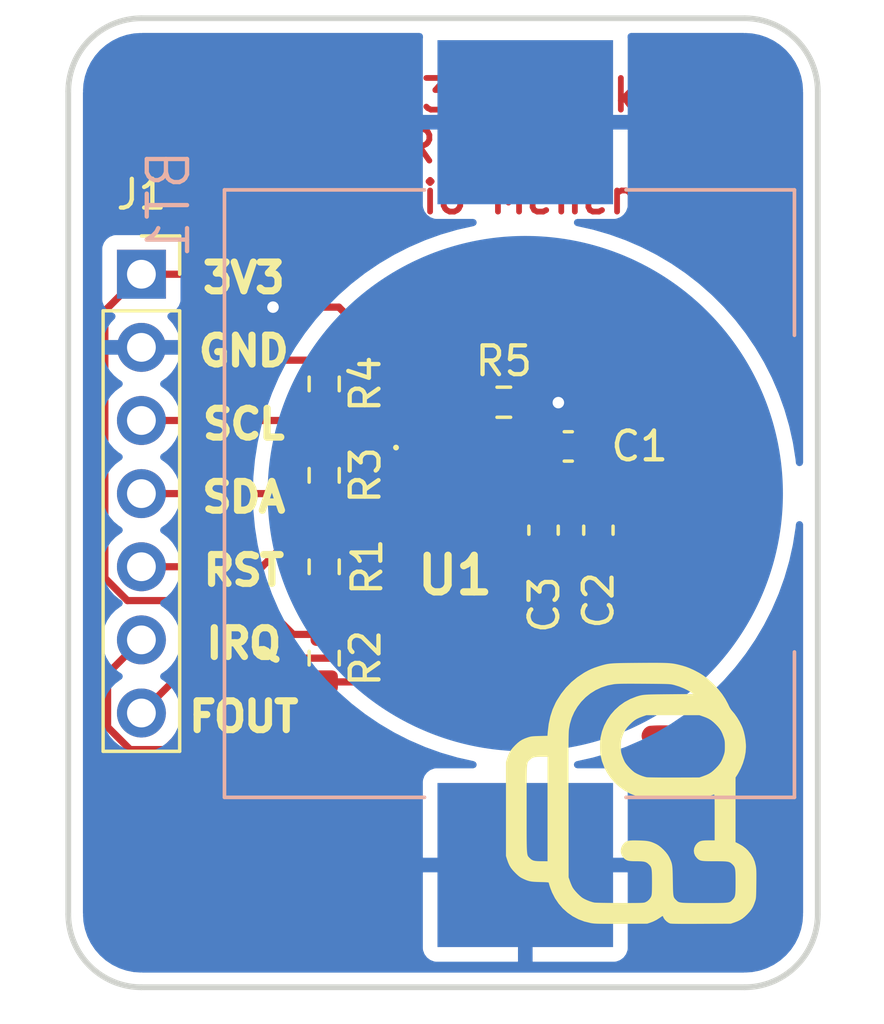
<source format=kicad_pcb>
(kicad_pcb (version 20211014) (generator pcbnew)
  (layers (0 "F.Cu" signal) (31 "B.Cu" signal) (34 "B.Paste" user) (35 "F.Paste" user) (36 "B.SilkS" user "B.Silkscreen") (37 "F.SilkS" user "F.Silkscreen") (38 "B.Mask" user) (39 "F.Mask" user) (44 "Edge.Cuts" user))
  (net 0 "")
  (net 1 "+3V3")
  (net 2 "GND")
  (net 3 "/SCL")
  (net 4 "/SDA")
  (net 5 "/RST")
  (net 6 "/IRQ")
  (net 7 "/FOUT")
  (net 8 "Net-(U1-Pad9)")
  (net 9 "Net-(U1-Pad10)")
  (net 10 "Net-(BT1-Pad1)")
  (footprint "Capacitor_SMD:C_0603_1608Metric" (layer "F.Cu") (at 137.795 97.155 90)
    (fp_text reference "C2" (at -2.4348 0.000905 90) (layer "F.SilkS"))
    (fp_text value "1uF")
    (fp_line (start -0.14058 -0.51) (end 0.14058 -0.51) (layer "F.SilkS") (width 0.12))
    (fp_line (start -0.14058 0.51) (end 0.14058 0.51) (layer "F.SilkS") (width 0.12))
    (pad "1" smd roundrect (at -0.775 0 90) (size 0.9 0.95) (layers "F.Cu" "F.Paste" "F.Mask") (net 2 "GND"))
    (pad "2" smd roundrect (at 0.775 0 90) (size 0.9 0.95) (layers "F.Cu" "F.Paste" "F.Mask") (net 8 "Net-(U1-Pad9)"))
  )
  (footprint "Resistor_SMD:R_0603_1608Metric" (layer "F.Cu") (at 128.27 92.075 -90)
    (fp_text reference "R4" (at 0 -1.43 90) (layer "F.SilkS"))
    (fp_text value "4.7K")
    (fp_line (start -0.237258 0.5225) (end 0.237258 0.5225) (layer "F.SilkS") (width 0.12))
    (fp_line (start -0.237258 -0.5225) (end 0.237258 -0.5225) (layer "F.SilkS") (width 0.12))
    (pad "1" smd roundrect (at -0.825 0 270) (size 0.8 0.95) (layers "F.Cu" "F.Paste" "F.Mask") (net 1 "+3V3"))
    (pad "2" smd roundrect (at 0.825 0 270) (size 0.8 0.95) (layers "F.Cu" "F.Paste" "F.Mask") (net 3 "/SCL"))
  )
  (footprint "Resistor_SMD:R_0603_1608Metric" (layer "F.Cu") (at 128.27 101.6 -90)
    (fp_text reference "R2" (at 0 -1.43 90) (layer "F.SilkS"))
    (fp_text value "4.7K")
    (fp_line (start -0.237258 0.5225) (end 0.237258 0.5225) (layer "F.SilkS") (width 0.12))
    (fp_line (start -0.237258 -0.5225) (end 0.237258 -0.5225) (layer "F.SilkS") (width 0.12))
    (pad "1" smd roundrect (at -0.825 0 270) (size 0.8 0.95) (layers "F.Cu" "F.Paste" "F.Mask") (net 1 "+3V3"))
    (pad "2" smd roundrect (at 0.825 0 270) (size 0.8 0.95) (layers "F.Cu" "F.Paste" "F.Mask") (net 6 "/IRQ"))
  )
  (footprint "Resistor_SMD:R_0603_1608Metric" (layer "F.Cu") (at 134.509284 92.710559)
    (fp_text reference "R5" (at 0 -1.43) (layer "F.SilkS"))
    (fp_text value "1K")
    (fp_line (start -0.237258 -0.5225) (end 0.237258 -0.5225) (layer "F.SilkS") (width 0.12))
    (fp_line (start -0.237258 0.5225) (end 0.237258 0.5225) (layer "F.SilkS") (width 0.12))
    (pad "1" smd roundrect (at -0.825 0) (size 0.8 0.95) (layers "F.Cu" "F.Paste" "F.Mask") (net 9 "Net-(U1-Pad10)"))
    (pad "2" smd roundrect (at 0.825 0) (size 0.8 0.95) (layers "F.Cu" "F.Paste" "F.Mask") (net 10 "Net-(BT1-Pad1)"))
  )
  (footprint "footprints:10mm Crewmate" (layer "F.Cu") (at 139.7 106.172)
    (fp_text reference "G***" hide)
    (fp_text value "LOGO" hide)
    (fp_poly (pts (xy 0.447415 -2.236796) (xy 0.551877 -2.234192) (xy 0.645615 -2.23002) (xy 0.723666 -2.22428) (xy 0.781066 -2.216971) (xy 0.805749 -2.211113) (xy 0.884895 -2.16971) (xy 0.952898 -2.106518) (xy 1.005173 -2.028025) (xy 1.037138 -1.940721) (xy 1.045028 -1.872343) (xy 1.031395 -1.781533) (xy 0.993511 -1.695125) (xy 0.935899 -1.619468) (xy 0.86308 -1.56091) (xy 0.803067 -1.532659) (xy 0.765202 -1.525106) (xy 0.703313 -1.518961) (xy 0.622243 -1.51422) (xy 0.526834 -1.510879) (xy 0.421929 -1.508932) (xy 0.31237 -1.508377) (xy 0.202998 -1.509207) (xy 0.098657 -1.511419) (xy 0.004189 -1.515007) (xy -0.075565 -1.519968) (xy -0.135762 -1.526297) (xy -0.17041 -1.533568) (xy -0.248139 -1.575509) (xy -0.315186 -1.63915) (xy -0.366885 -1.717796) (xy -0.398573 -1.804749) (xy -0.4064 -1.872343) (xy -0.392973 -1.962005) (xy -0.355746 -2.047797) (xy -0.299302 -2.123228) (xy -0.228225 -2.181811) (xy -0.167121 -2.211113) (xy -0.126579 -2.219486) (xy -0.062015 -2.226292) (xy 0.021609 -2.231529) (xy 0.119327 -2.235198) (xy 0.226177 -2.237299) (xy 0.337194 -2.237831)) (layer "F.Cu") (width 0) (fill solid))
    (fp_poly (pts (xy 0.194273 -4.409937) (xy 0.309133 -4.408474) (xy 0.40771 -4.406037) (xy 0.492551 -4.402507) (xy 0.566206 -4.397767) (xy 0.631223 -4.391696) (xy 0.69015 -4.384175) (xy 0.745537 -4.375085) (xy 0.799931 -4.364308) (xy 0.855881 -4.351723) (xy 0.885371 -4.344683) (xy 1.01925 -4.310004) (xy 1.135724 -4.274062) (xy 1.246183 -4.232737) (xy 1.362016 -4.181908) (xy 1.444171 -4.142516) (xy 1.599081 -4.060278) (xy 1.739681 -3.971641) (xy 1.873505 -3.871137) (xy 2.00809 -3.753297) (xy 2.091695 -3.672639) (xy 2.253593 -3.500466) (xy 2.390492 -3.329668) (xy 2.50576 -3.155469) (xy 2.602768 -2.973089) (xy 2.634586 -2.902857) (xy 2.666077 -2.842191) (xy 2.705835 -2.781519) (xy 2.737044 -2.7432) (xy 2.828011 -2.635108) (xy 2.91775 -2.507223) (xy 3.000755 -2.368464) (xy 3.07152 -2.227751) (xy 3.10611 -2.145323) (xy 3.146936 -2.018924) (xy 3.180691 -1.874407) (xy 3.205537 -1.722209) (xy 3.219634 -1.572764) (xy 3.222171 -1.486521) (xy 3.209817 -1.304876) (xy 3.174069 -1.115296) (xy 3.116897 -0.923963) (xy 3.040271 -0.737058) (xy 2.94616 -0.560764) (xy 2.907972 -0.500472) (xy 2.859663 -0.42763) (xy 2.858609 1.819168) (xy 2.96584 1.872096) (xy 3.100254 1.948122) (xy 3.21385 2.034492) (xy 3.29143 2.110968) (xy 3.393183 2.235653) (xy 3.470033 2.3619) (xy 3.525575 2.496799) (xy 3.563402 2.647443) (xy 3.563439 2.647639) (xy 3.570106 2.687569) (xy 3.575305 2.730431) (xy 3.579141 2.779898) (xy 3.58172 2.839641) (xy 3.583148 2.913333) (xy 3.583531 3.004644) (xy 3.582974 3.117248) (xy 3.581584 3.254815) (xy 3.581395 3.270797) (xy 3.579729 3.40436) (xy 3.578101 3.512426) (xy 3.576265 3.598522) (xy 3.573977 3.666179) (xy 3.57099 3.718925) (xy 3.56706 3.760289) (xy 3.561942 3.793802) (xy 3.55539 3.822991) (xy 3.54716 3.851386) (xy 3.539396 3.875317) (xy 3.499608 3.986264) (xy 3.45885 4.077016) (xy 3.411901 4.156091) (xy 3.353541 4.232012) (xy 3.278552 4.313297) (xy 3.258946 4.333104) (xy 3.174353 4.413222) (xy 3.095945 4.475905) (xy 3.015318 4.526292) (xy 2.924069 4.56952) (xy 2.813795 4.61073) (xy 2.794 4.61742) (xy 2.6924 4.651386) (xy 1.669142 4.655991) (xy 1.455076 4.656815) (xy 1.268515 4.657221) (xy 1.107937 4.657192) (xy 0.971821 4.656709) (xy 0.858645 4.655754) (xy 0.766889 4.65431) (xy 0.695031 4.652358) (xy 0.64155 4.649881) (xy 0.604924 4.646861) (xy 0.583632 4.64328) (xy 0.583432 4.643225) (xy 0.523585 4.616) (xy 0.461154 4.570639) (xy 0.405283 4.515301) (xy 0.365111 4.458141) (xy 0.357338 4.441484) (xy 0.341388 4.406008) (xy 0.328731 4.385411) (xy 0.325661 4.383314) (xy 0.31061 4.391131) (xy 0.278479 4.411801) (xy 0.2357 4.441156) (xy 0.227572 4.446894) (xy 0.112552 4.520644) (xy -0.004328 4.578104) (xy -0.108858 4.617323) (xy -0.210458 4.651438) (xy -1.110343 4.654399) (xy -1.296446 4.654958) (xy -1.456058 4.655279) (xy -1.591718 4.655301) (xy -1.705963 4.654965) (xy -1.801331 4.65421) (xy -1.88036 4.652977) (xy -1.945587 4.651205) (xy -1.99955 4.648835) (xy -2.044787 4.645806) (xy -2.083835 4.642059) (xy -2.119233 4.637534) (xy -2.153518 4.63217) (xy -2.169886 4.629357) (xy -2.391206 4.57624) (xy -2.600741 4.497368) (xy -2.796817 4.394197) (xy -2.977761 4.268182) (xy -3.1419 4.120779) (xy -3.28756 3.953444) (xy -3.413068 3.767631) (xy -3.51675 3.564797) (xy -3.578654 3.403958) (xy -3.599129 3.340831) (xy -3.615536 3.286553) (xy -3.625917 3.247835) (xy -3.628572 3.232864) (xy -3.632265 3.225328) (xy -3.645646 3.219435) (xy -3.672171 3.214856) (xy -3.715292 3.211261) (xy -3.778464 3.208321) (xy -3.865141 3.205708) (xy -3.929743 3.204162) (xy -4.049924 3.200672) (xy -4.147159 3.195402) (xy -4.227529 3.187118) (xy -4.297112 3.174588) (xy -4.361987 3.156578) (xy -4.428232 3.131853) (xy -4.501927 3.099181) (xy -4.542972 3.079717) (xy -4.595789 3.051889) (xy -4.644522 3.019863) (xy -4.695556 2.978671) (xy -4.755277 2.923346) (xy -4.797562 2.881675) (xy -4.880802 2.793358) (xy -4.945497 2.711136) (xy -4.996869 2.626338) (xy -5.040142 2.530296) (xy -5.080538 2.41434) (xy -5.082103 2.409371) (xy -5.116286 2.300514) (xy -5.116286 1.138408) (xy -4.397897 1.138408) (xy -4.397821 1.334476) (xy -4.397529 1.506598) (xy -4.396914 1.656467) (xy -4.395868 1.785779) (xy -4.394285 1.896225) (xy -4.392058 1.989502) (xy -4.389079 2.067302) (xy -4.385241 2.13132) (xy -4.380437 2.183249) (xy -4.374561 2.224784) (xy -4.367504 2.257619) (xy -4.359159 2.283448) (xy -4.349421 2.303964) (xy -4.338181 2.320863) (xy -4.325332 2.335836) (xy -4.310768 2.35058) (xy -4.294381 2.366788) (xy -4.29011 2.37114) (xy -4.249181 2.409212) (xy -4.207386 2.43744) (xy -4.159479 2.457251) (xy -4.10021 2.470069) (xy -4.024333 2.477319) (xy -3.926599 2.480425) (xy -3.8862 2.480797) (xy -3.672115 2.481943) (xy -3.672115 -0.740483) (xy -2.944269 -0.740483) (xy -2.944239 -0.512233) (xy -2.944077 -0.259707) (xy -2.94379 0.018388) (xy -2.943387 0.323346) (xy -2.943054 0.54434) (xy -2.939143 3.040743) (xy -2.891134 3.178326) (xy -2.864757 3.248479) (xy -2.835232 3.318562) (xy -2.807476 3.377161) (xy -2.797538 3.395587) (xy -2.755272 3.457994) (xy -2.696213 3.530022) (xy -2.627224 3.604471) (xy -2.555169 3.674143) (xy -2.486914 3.731838) (xy -2.454965 3.754874) (xy -2.383642 3.795624) (xy -2.294629 3.83674) (xy -2.198885 3.8739) (xy -2.107366 3.90278) (xy -2.043601 3.917177) (xy -2.014768 3.919613) (xy -1.959855 3.921958) (xy -1.881811 3.924164) (xy -1.783583 3.926182) (xy -1.668121 3.927965) (xy -1.538373 3.929464) (xy -1.397287 3.930631) (xy -1.247811 3.931416) (xy -1.1601 3.931675) (xy -0.984092 3.93197) (xy -0.834691 3.932015) (xy -0.709476 3.931748) (xy -0.606026 3.931107) (xy -0.521921 3.93003) (xy -0.454738 3.928456) (xy -0.402059 3.926322) (xy -0.36146 3.923568) (xy -0.330523 3.92013) (xy -0.306825 3.915948) (xy -0.287946 3.91096) (xy -0.282823 3.909284) (xy -0.209962 3.871345) (xy -0.143001 3.812909) (xy -0.0903 3.742404) (xy -0.066717 3.691411) (xy -0.059683 3.666145) (xy -0.054174 3.634083) (xy -0.050019 3.591696) (xy -0.047049 3.535452) (xy -0.045096 3.461823) (xy -0.043991 3.367278) (xy -0.043564 3.248288) (xy -0.043543 3.207657) (xy -0.043857 3.071205) (xy -0.045216 2.960303) (xy -0.048242 2.871478) (xy -0.053561 2.801254) (xy -0.061797 2.746157) (xy -0.073574 2.702713) (xy -0.089516 2.667446) (xy -0.110247 2.636882) (xy -0.136392 2.607546) (xy -0.154606 2.58941) (xy -0.195905 2.552927) (xy -0.237831 2.525563) (xy -0.285388 2.506075) (xy -0.343584 2.493223) (xy -0.417425 2.485763) (xy -0.511916 2.482455) (xy -0.587829 2.481943) (xy -0.698651 2.48069) (xy -0.785525 2.476104) (xy -0.853459 2.466942) (xy -0.907458 2.451963) (xy -0.952529 2.429924) (xy -0.993678 2.399585) (xy -1.021052 2.374476) (xy -1.082962 2.295705) (xy -1.119443 2.207517) (xy -1.130465 2.11455) (xy -1.115999 2.021445) (xy -1.076014 1.932838) (xy -1.024329 1.866963) (xy -0.987444 1.831846) (xy -0.950567 1.80471) (xy -0.909486 1.784679) (xy -0.85999 1.770879) (xy -0.797867 1.762433) (xy -0.718906 1.758465) (xy -0.618897 1.7581) (xy -0.510262 1.76006) (xy -0.387714 1.763887) (xy -0.288027 1.769793) (xy -0.205049 1.779044) (xy -0.132623 1.792904) (xy -0.064597 1.812639) (xy 0.005186 1.839512) (xy 0.082879 1.874789) (xy 0.108859 1.887302) (xy 0.18875 1.935461) (xy 0.275041 2.003149) (xy 0.361289 2.08386) (xy 0.441048 2.171091) (xy 0.507875 2.258336) (xy 0.554231 2.3368) (xy 0.583774 2.398958) (xy 0.607952 2.453041) (xy 0.62736 2.50288) (xy 0.64259 2.552307) (xy 0.654235 2.605153) (xy 0.662889 2.665249) (xy 0.669144 2.736426) (xy 0.673594 2.822515) (xy 0.676832 2.927348) (xy 0.679451 3.054755) (xy 0.681191 3.156857) (xy 0.683638 3.300014) (xy 0.686142 3.41732) (xy 0.68924 3.511949) (xy 0.69347 3.587073) (xy 0.699369 3.645867) (xy 0.707474 3.691503) (xy 0.718324 3.727156) (xy 0.732455 3.755999) (xy 0.750405 3.781206) (xy 0.772712 3.805949) (xy 0.794944 3.82843) (xy 0.816963 3.850182) (xy 0.837721 3.8687) (xy 0.85964 3.884244) (xy 0.88514 3.897073) (xy 0.916643 3.907448) (xy 0.956571 3.915631) (xy 1.007345 3.92188) (xy 1.071386 3.926457) (xy 1.151116 3.929622) (xy 1.248957 3.931635) (xy 1.367328 3.932757) (xy 1.508653 3.933248) (xy 1.675353 3.933369) (xy 1.770742 3.933371) (xy 1.95148 3.93335) (xy 2.10561 3.933101) (xy 2.235555 3.932353) (xy 2.343735 3.93083) (xy 2.432573 3.928258) (xy 2.50449 3.924363) (xy 2.561907 3.918871) (xy 2.607246 3.911508) (xy 2.642929 3.902001) (xy 2.671376 3.890073) (xy 2.695009 3.875453) (xy 2.71625 3.857865) (xy 2.737521 3.837035) (xy 2.751847 3.822309) (xy 2.780674 3.791233) (xy 2.803842 3.761228) (xy 2.821964 3.728772) (xy 2.835658 3.690345) (xy 2.845539 3.642428) (xy 2.852222 3.581499) (xy 2.856322 3.504038) (xy 2.858455 3.406526) (xy 2.859237 3.28544) (xy 2.859314 3.207657) (xy 2.859 3.071205) (xy 2.857642 2.960303) (xy 2.854615 2.871478) (xy 2.849296 2.801254) (xy 2.84106 2.746157) (xy 2.829283 2.702713) (xy 2.813341 2.667446) (xy 2.79261 2.636882) (xy 2.766465 2.607546) (xy 2.748251 2.58941) (xy 2.717176 2.560582) (xy 2.68717 2.537415) (xy 2.654714 2.519292) (xy 2.616288 2.505598) (xy 2.56837 2.495718) (xy 2.507441 2.489035) (xy 2.429981 2.484935) (xy 2.332468 2.482802) (xy 2.211383 2.48202) (xy 2.133599 2.481943) (xy 1.998074 2.481641) (xy 1.888054 2.480326) (xy 1.800018 2.477382) (xy 1.730448 2.472194) (xy 1.675822 2.464145) (xy 1.63262 2.452622) (xy 1.597321 2.437007) (xy 1.566406 2.416685) (xy 1.536354 2.391042) (xy 1.518948 2.374476) (xy 1.457075 2.29573) (xy 1.420599 2.207533) (xy 1.409553 2.114553) (xy 1.423969 2.021457) (xy 1.463881 1.932913) (xy 1.515352 1.867291) (xy 1.558246 1.827912) (xy 1.603003 1.798769) (xy 1.654848 1.778448) (xy 1.719006 1.765534) (xy 1.8007 1.758613) (xy 1.905154 1.756273) (xy 1.925728 1.756229) (xy 2.1336 1.756229) (xy 2.1336 0.95625) (xy 2.133559 0.783487) (xy 2.133388 0.637531) (xy 2.133018 0.516164) (xy 2.132376 0.417164) (xy 2.131391 0.33831) (xy 2.129991 0.277384) (xy 2.128107 0.232163) (xy 2.125666 0.200429) (xy 2.122598 0.179959) (xy 2.118831 0.168535) (xy 2.114293 0.163936) (xy 2.108915 0.16394) (xy 2.1082 0.164148) (xy 2.082626 0.172615) (xy 2.038588 0.187688) (xy 1.984997 0.206312) (xy 1.977555 0.208919) (xy 1.928404 0.225924) (xy 1.883274 0.240603) (xy 1.83968 0.253126) (xy 1.795134 0.263665) (xy 1.747151 0.27239) (xy 1.693244 0.279473) (xy 1.630927 0.285085) (xy 1.557712 0.289396) (xy 1.471113 0.292578) (xy 1.368644 0.294803) (xy 1.247818 0.29624) (xy 1.106149 0.297061) (xy 0.94115 0.297437) (xy 0.750334 0.29754) (xy 0.689428 0.297543) (xy 0.491714 0.297496) (xy 0.320521 0.297248) (xy 0.173344 0.296639) (xy 0.047676 0.295509) (xy -0.05899 0.293699) (xy -0.14916 0.291047) (xy -0.225342 0.287395) (xy -0.290041 0.282582) (xy -0.345764 0.276449) (xy -0.395018 0.268834) (xy -0.44031 0.259579) (xy -0.484145 0.248523) (xy -0.529031 0.235506) (xy -0.577474 0.220369) (xy -0.591918 0.21576) (xy -0.799796 0.134546) (xy -0.994514 0.029048) (xy -1.174197 -0.098578) (xy -1.336969 -0.24618) (xy -1.480955 -0.411603) (xy -1.604281 -0.592692) (xy -1.70507 -0.787296) (xy -1.781447 -0.993259) (xy -1.831441 -1.207854) (xy -1.840404 -1.284741) (xy -1.846033 -1.381418) (xy -1.848327 -1.48884) (xy -1.84813 -1.509486) (xy -1.123415 -1.509486) (xy -1.122945 -1.42753) (xy -1.120746 -1.366255) (xy -1.115637 -1.317319) (xy -1.106434 -1.272382) (xy -1.091954 -1.223099) (xy -1.076127 -1.17596) (xy -1.050049 -1.105744) (xy -1.020747 -1.03561) (xy -0.993111 -0.976998) (xy -0.983252 -0.958699) (xy -0.940987 -0.896292) (xy -0.881927 -0.824264) (xy -0.812938 -0.749814) (xy -0.740883 -0.680143) (xy -0.672628 -0.622448) (xy -0.640679 -0.599412) (xy -0.569751 -0.558879) (xy -0.481055 -0.517858) (xy -0.385456 -0.480647) (xy -0.293818 -0.451541) (xy -0.229315 -0.436746) (xy -0.201086 -0.434413) (xy -0.146628 -0.432287) (xy -0.068738 -0.4304) (xy 0.029785 -0.428786) (xy 0.146143 -0.427474) (xy 0.277538 -0.426498) (xy 0.42117 -0.425889) (xy 0.574243 -0.425679) (xy 0.725714 -0.425877) (xy 1.603828 -0.428171) (xy 1.741411 -0.47618) (xy 1.849296 -0.517155) (xy 1.937921 -0.559765) (xy 2.016384 -0.609732) (xy 2.093782 -0.672777) (xy 2.170995 -0.746376) (xy 2.251083 -0.830901) (xy 2.312779 -0.908139) (xy 2.361723 -0.987082) (xy 2.403556 -1.076724) (xy 2.440469 -1.17596) (xy 2.459918 -1.234494) (xy 2.473162 -1.282136) (xy 2.481384 -1.32723) (xy 2.485767 -1.378117) (xy 2.487493 -1.443139) (xy 2.487757 -1.509486) (xy 2.487287 -1.591442) (xy 2.485088 -1.652717) (xy 2.479979 -1.701652) (xy 2.470776 -1.74659) (xy 2.456296 -1.795872) (xy 2.440469 -1.843011) (xy 2.400199 -1.950358) (xy 2.357988 -2.038763) (xy 2.308196 -2.11722) (xy 2.24518 -2.194722) (xy 2.170995 -2.272595) (xy 2.086655 -2.352524) (xy 2.009533 -2.414165) (xy 1.930531 -2.463239) (xy 1.840551 -2.505469) (xy 1.741411 -2.542791) (xy 1.603828 -2.5908) (xy -0.239486 -2.5908) (xy -0.377069 -2.542791) (xy -0.484954 -2.501816) (xy -0.573579 -2.459207) (xy -0.652042 -2.40924) (xy -0.72944 -2.346194) (xy -0.806653 -2.272595) (xy -0.886741 -2.188071) (xy -0.948437 -2.110833) (xy -0.997381 -2.031889) (xy -1.039214 -1.942247) (xy -1.076127 -1.843011) (xy -1.095576 -1.784478) (xy -1.10882 -1.736835) (xy -1.117042 -1.691742) (xy -1.121425 -1.640855) (xy -1.123151 -1.575833) (xy -1.123415 -1.509486) (xy -1.84813 -1.509486) (xy -1.847286 -1.597962) (xy -1.84291 -1.699738) (xy -1.8352 -1.785122) (xy -1.831441 -1.811117) (xy -1.781288 -2.026216) (xy -1.70485 -2.232126) (xy -1.604007 -2.426688) (xy -1.480641 -2.607742) (xy -1.336631 -2.773127) (xy -1.173858 -2.920684) (xy -0.994202 -3.048252) (xy -0.799544 -3.153671) (xy -0.592349 -3.234594) (xy -0.542259 -3.250434) (xy -0.496883 -3.263978) (xy -0.453514 -3.275428) (xy -0.40945 -3.284982) (xy -0.361984 -3.292839) (xy -0.308412 -3.2992) (xy -0.246028 -3.304263) (xy -0.172129 -3.308229) (xy -0.084009 -3.311297) (xy 0.021036 -3.313666) (xy 0.145712 -3.315536) (xy 0.292723 -3.317106) (xy 0.464775 -3.318577) (xy 0.555907 -3.319297) (xy 1.394842 -3.325861) (xy 1.338705 -3.366526) (xy 1.214059 -3.445495) (xy 1.067903 -3.51882) (xy 0.907658 -3.583261) (xy 0.740741 -3.635576) (xy 0.696685 -3.646911) (xy 0.669956 -3.653167) (xy 0.643071 -3.658525) (xy 0.613573 -3.663072) (xy 0.579005 -3.666893) (xy 0.536908 -3.670077) (xy 0.484826 -3.67271) (xy 0.420301 -3.674879) (xy 0.340876 -3.676672) (xy 0.244093 -3.678174) (xy 0.127494 -3.679473) (xy -0.011377 -3.680656) (xy -0.174978 -3.681809) (xy -0.315186 -3.682706) (xy -0.508772 -3.683792) (xy -0.675784 -3.684432) (xy -0.818677 -3.684589) (xy -0.939904 -3.684225) (xy -1.041916 -3.683305) (xy -1.127167 -3.68179) (xy -1.198111 -3.679643) (xy -1.257199 -3.676829) (xy -1.306886 -3.67331) (xy -1.349623 -3.669048) (xy -1.367472 -3.666848) (xy -1.588174 -3.623873) (xy -1.798503 -3.555018) (xy -1.996684 -3.462056) (xy -2.180942 -3.346758) (xy -2.349501 -3.210894) (xy -2.500588 -3.056237) (xy -2.632425 -2.884556) (xy -2.743239 -2.697624) (xy -2.831253 -2.497211) (xy -2.894694 -2.285088) (xy -2.92609 -2.111774) (xy -2.928789 -2.087498) (xy -2.931241 -2.057064) (xy -2.933452 -2.019178) (xy -2.93543 -1.972546) (xy -2.937185 -1.915874) (xy -2.938724 -1.847867) (xy -2.940056 -1.767231) (xy -2.941189 -1.672673) (xy -2.942131 -1.562899) (xy -2.942891 -1.436613) (xy -2.943476 -1.292523) (xy -2.943895 -1.129334) (xy -2.944157 -0.945752) (xy -2.944269 -0.740483) (xy -3.672115 -0.740483) (xy -3.672115 -1.146629) (xy -3.879986 -1.146629) (xy -3.98769 -1.144975) (xy -4.071888 -1.139068) (xy -4.137961 -1.127483) (xy -4.191294 -1.108799) (xy -4.237269 -1.081595) (xy -4.281269 -1.044447) (xy -4.286767 -1.039162) (xy -4.304106 -1.022838) (xy -4.319545 -1.008362) (xy -4.333195 -0.994047) (xy -4.345166 -0.978205) (xy -4.355567 -0.959149) (xy -4.364508 -0.935191) (xy -4.372099 -0.904645) (xy -4.378449 -0.865822) (xy -4.383668 -0.817037) (xy -4.387867 -0.756601) (xy -4.391155 -0.682827) (xy -4.393641 -0.594028) (xy -4.395436 -0.488517) (xy -4.396649 -0.364605) (xy -4.397391 -0.220607) (xy -4.39777 -0.054835) (xy -4.397897 0.134399) (xy -4.397882 0.348781) (xy -4.397834 0.59) (xy -4.397829 0.667657) (xy -4.397864 0.9167) (xy -4.397897 1.138408) (xy -5.116286 1.138408) (xy -5.116286 -0.9652) (xy -5.082197 -1.074057) (xy -5.041734 -1.191263) (xy -4.998396 -1.288264) (xy -4.946924 -1.373784) (xy -4.882057 -1.456549) (xy -4.798538 -1.545284) (xy -4.797562 -1.546261) (xy -4.711963 -1.627367) (xy -4.633672 -1.690038) (xy -4.553936 -1.739619) (xy -4.463997 -1.781461) (xy -4.355103 -1.820912) (xy -4.339774 -1.825925) (xy -4.297171 -1.838735) (xy -4.25575 -1.848361) (xy -4.209832 -1.855427) (xy -4.153738 -1.860556) (xy -4.08179 -1.864374) (xy -3.98831 -1.867505) (xy -3.952922 -1.868464) (xy -3.674929 -1.875726) (xy -3.66508 -2.008291) (xy -3.632398 -2.285569) (xy -3.576692 -2.545743) (xy -3.4977 -2.789728) (xy -3.395157 -3.018438) (xy -3.350819 -3.100029) (xy -3.201351 -3.334785) (xy -3.033115 -3.547585) (xy -2.845111 -3.739429) (xy -2.636339 -3.911317) (xy -2.405801 -4.064248) (xy -2.359801 -4.091048) (xy -2.252986 -4.148757) (xy -2.148347 -4.197803) (xy -2.03678 -4.241984) (xy -1.909179 -4.285097) (xy -1.852631 -4.302585) (xy -1.789536 -4.321499) (xy -1.732258 -4.337855) (xy -1.678182 -4.351855) (xy -1.624692 -4.3637) (xy -1.569173 -4.373592) (xy -1.509009 -4.381733) (xy -1.441585 -4.388324) (xy -1.364285 -4.393566) (xy -1.274494 -4.397662) (xy -1.169596 -4.400812) (xy -1.046975 -4.403218) (xy -0.904016 -4.405083) (xy -0.738104 -4.406606) (xy -0.546623 -4.407991) (xy -0.478972 -4.408441) (xy -0.273493 -4.40968) (xy -0.094491 -4.410421) (xy 0.060581 -4.410547)) (layer "F.SilkS") (width 0) (fill solid))
  )
  (footprint "Capacitor_SMD:C_0603_1608Metric" (layer "F.Cu") (at 136.748757 94.245888)
    (fp_text reference "C1" (at 2.47703 -0.008035) (layer "F.SilkS"))
    (fp_text value ".1uF")
    (fp_line (start -0.14058 0.51) (end 0.14058 0.51) (layer "F.SilkS") (width 0.12))
    (fp_line (start -0.14058 -0.51) (end 0.14058 -0.51) (layer "F.SilkS") (width 0.12))
    (pad "1" smd roundrect (at -0.775 0) (size 0.9 0.95) (layers "F.Cu" "F.Paste" "F.Mask") (net 9 "Net-(U1-Pad10)"))
    (pad "2" smd roundrect (at 0.775 0) (size 0.9 0.95) (layers "F.Cu" "F.Paste" "F.Mask") (net 2 "GND"))
  )
  (footprint "Resistor_SMD:R_0603_1608Metric" (layer "F.Cu") (at 128.27 95.25 -90)
    (fp_text reference "R3" (at 0 -1.43 90) (layer "F.SilkS"))
    (fp_text value "4.7K")
    (fp_line (start -0.237258 0.5225) (end 0.237258 0.5225) (layer "F.SilkS") (width 0.12))
    (fp_line (start -0.237258 -0.5225) (end 0.237258 -0.5225) (layer "F.SilkS") (width 0.12))
    (pad "1" smd roundrect (at -0.825 0 270) (size 0.8 0.95) (layers "F.Cu" "F.Paste" "F.Mask") (net 1 "+3V3"))
    (pad "2" smd roundrect (at 0.825 0 270) (size 0.8 0.95) (layers "F.Cu" "F.Paste" "F.Mask") (net 4 "/SDA"))
  )
  (footprint "Generic:RX8130CE" (layer "F.Cu") (at 132.715 95.885 -90)
    (fp_text reference "U1" (at 2.837716 -0.099436 180) (layer "F.SilkS") (effects (font (size 1.27 1.27) (thickness 0.254))))
    (fp_text value "RX8130CE" hide)
    (fp_line (start -1.6 2) (end -1.6 2) (layer "F.SilkS") (width 0.1))
    (fp_line (start -1.6 1.9) (end -1.6 1.9) (layer "F.SilkS") (width 0.1))
    (fp_arc (start -1.6 2) (mid -1.65 1.95) (end -1.6 1.9) (layer "F.SilkS") (width 0.1))
    (fp_arc (start -1.6 1.9) (mid -1.55 1.95) (end -1.6 2) (layer "F.SilkS") (width 0.1))
    (pad "1" smd rect locked (at -1.55 1 270) (size 0.7 0.9) (layers "F.Cu" "F.Paste" "F.Mask") (net 1 "+3V3"))
    (pad "2" smd rect locked (at -0.7 1 270) (size 0.4 0.9) (layers "F.Cu" "F.Paste" "F.Mask") (net 3 "/SCL"))
    (pad "3" smd rect locked (at 0 1 270) (size 0.4 0.9) (layers "F.Cu" "F.Paste" "F.Mask") (net 4 "/SDA"))
    (pad "4" smd rect locked (at 0.7 1 270) (size 0.4 0.9) (layers "F.Cu" "F.Paste" "F.Mask") (net 7 "/FOUT"))
    (pad "5" smd rect locked (at 1.55 1 270) (size 0.7 0.9) (layers "F.Cu" "F.Paste" "F.Mask") (net 5 "/RST"))
    (pad "6" smd rect locked (at 1.55 -1 270) (size 0.7 0.9) (layers "F.Cu" "F.Paste" "F.Mask") (net 6 "/IRQ"))
    (pad "7" smd rect locked (at 0.7 -1 270) (size 0.4 0.9) (layers "F.Cu" "F.Paste" "F.Mask") (net 2 "GND"))
    (pad "8" smd rect locked (at 0 -1 270) (size 0.4 0.9) (layers "F.Cu" "F.Paste" "F.Mask") (net 1 "+3V3"))
    (pad "9" smd rect locked (at -0.7 -1 270) (size 0.4 0.9) (layers "F.Cu" "F.Paste" "F.Mask") (net 8 "Net-(U1-Pad9)"))
    (pad "10" smd rect locked (at -1.55 -1 270) (size 0.7 0.9) (layers "F.Cu" "F.Paste" "F.Mask") (net 9 "Net-(U1-Pad10)"))
  )
  (footprint "Resistor_SMD:R_0603_1608Metric" (layer "F.Cu") (at 128.27 98.425 90)
    (fp_text reference "R1" (at -0.00489 1.49288 90) (layer "F.SilkS"))
    (fp_text value "4.7K")
    (fp_line (start -0.237258 -0.5225) (end 0.237258 -0.5225) (layer "F.SilkS") (width 0.12))
    (fp_line (start -0.237258 0.5225) (end 0.237258 0.5225) (layer "F.SilkS") (width 0.12))
    (pad "1" smd roundrect (at -0.825 0 90) (size 0.8 0.95) (layers "F.Cu" "F.Paste" "F.Mask") (net 1 "+3V3"))
    (pad "2" smd roundrect (at 0.825 0 90) (size 0.8 0.95) (layers "F.Cu" "F.Paste" "F.Mask") (net 5 "/RST"))
  )
  (footprint "Capacitor_SMD:C_0603_1608Metric" (layer "F.Cu") (at 135.89 97.155 -90)
    (fp_text reference "C3" (at 2.585494 -0.022228 90) (layer "F.SilkS"))
    (fp_text value ".1uF")
    (fp_line (start -0.14058 0.51) (end 0.14058 0.51) (layer "F.SilkS") (width 0.12))
    (fp_line (start -0.14058 -0.51) (end 0.14058 -0.51) (layer "F.SilkS") (width 0.12))
    (pad "1" smd roundrect (at -0.775 0 270) (size 0.9 0.95) (layers "F.Cu" "F.Paste" "F.Mask") (net 1 "+3V3"))
    (pad "2" smd roundrect (at 0.775 0 270) (size 0.9 0.95) (layers "F.Cu" "F.Paste" "F.Mask") (net 2 "GND"))
  )
  (footprint "Connector_PinSocket_2.54mm:PinSocket_1x07_P2.54mm_Vertical" (layer "F.Cu") (at 121.92 88.265)
    (fp_text reference "J1" (at 0 -2.77) (layer "F.SilkS"))
    (fp_text value "Conn_01x07_Male")
    (fp_line (start -1.33 1.27) (end -1.33 16.57) (layer "F.SilkS") (width 0.12))
    (fp_line (start -1.33 16.57) (end 1.33 16.57) (layer "F.SilkS") (width 0.12))
    (fp_line (start 1.33 1.27) (end 1.33 16.57) (layer "F.SilkS") (width 0.12))
    (fp_line (start -1.33 1.27) (end 1.33 1.27) (layer "F.SilkS") (width 0.12))
    (fp_line (start 0 -1.33) (end 1.33 -1.33) (layer "F.SilkS") (width 0.12))
    (fp_line (start 1.33 -1.33) (end 1.33 0) (layer "F.SilkS") (width 0.12))
    (pad "1" thru_hole rect (at 0 0) (size 1.7 1.7) (drill 1) (layers *.Cu *.Mask) (net 1 "+3V3"))
    (pad "2" thru_hole oval (at 0 2.54) (size 1.7 1.7) (drill 1) (layers *.Cu *.Mask) (net 2 "GND"))
    (pad "3" thru_hole oval (at 0 5.08) (size 1.7 1.7) (drill 1) (layers *.Cu *.Mask) (net 3 "/SCL"))
    (pad "4" thru_hole oval (at 0 7.62) (size 1.7 1.7) (drill 1) (layers *.Cu *.Mask) (net 4 "/SDA"))
    (pad "5" thru_hole oval (at 0 10.16) (size 1.7 1.7) (drill 1) (layers *.Cu *.Mask) (net 5 "/RST"))
    (pad "6" thru_hole oval (at 0 12.7) (size 1.7 1.7) (drill 1) (layers *.Cu *.Mask) (net 6 "/IRQ"))
    (pad "7" thru_hole oval (at 0 15.24) (size 1.7 1.7) (drill 1) (layers *.Cu *.Mask) (net 7 "/FOUT"))
  )
  (footprint "Generic:BAT_BAT-HLD-003-SMT" (layer "B.Cu") (at 135.255 95.885 -90)
    (fp_text reference "BT1" (at -10.055 12.389 90) (layer "B.SilkS") (effects (font (size 1.4 1.4)) (justify mirror)))
    (fp_text value "CR2032")
    (fp_line (start 10.55 10.45) (end 10.55 3.5) (layer "B.SilkS") (width 0.127))
    (fp_line (start -10.55 3.5) (end -10.55 10.45) (layer "B.SilkS") (width 0.127))
    (fp_line (start -10.55 -9.35) (end -5.5 -9.35) (layer "B.SilkS") (width 0.127))
    (fp_line (start -10.55 10.45) (end 10.55 10.45) (layer "B.SilkS") (width 0.127))
    (fp_line (start 10.55 -9.35) (end 10.55 -3.5) (layer "B.SilkS") (width 0.127))
    (fp_line (start 5.5 -9.35) (end 10.55 -9.35) (layer "B.SilkS") (width 0.127))
    (fp_line (start -10.55 -3.5) (end -10.55 -9.35) (layer "B.SilkS") (width 0.127))
    (pad "1" smd circle locked (at 0 0 270) (size 17.9 17.9) (layers "B.Cu" "B.Mask") (net 10 "Net-(BT1-Pad1)"))
    (pad "2" smd rect locked (at -12.9 0 270) (size 5.7 6.1) (layers "B.Cu" "B.Paste" "B.Mask") (net 2 "GND"))
    (pad "2" smd rect locked (at 12.9 0 270) (size 5.7 6.1) (layers "B.Cu" "B.Paste" "B.Mask") (net 2 "GND"))
  )
  (gr_arc (start 142.875 79.375) (mid 144.671051 80.118949) (end 145.415 81.915) (layer "Edge.Cuts") (width 0.2))
  (gr_arc (start 121.92 113.03) (mid 120.123949 112.286051) (end 119.38 110.49) (layer "Edge.Cuts") (width 0.2))
  (gr_arc (start 119.38 81.915) (mid 120.123949 80.118949) (end 121.92 79.375) (layer "Edge.Cuts") (width 0.2))
  (gr_line (start 121.92 113.03) (end 142.875 113.03) (layer "Edge.Cuts") (width 0.2))
  (gr_line (start 142.875 79.375) (end 121.92 79.375) (layer "Edge.Cuts") (width 0.2))
  (gr_arc (start 145.415 110.49) (mid 144.671051 112.286051) (end 142.875 113.03) (layer "Edge.Cuts") (width 0.2))
  (gr_line (start 145.415 110.49) (end 145.415 81.915) (layer "Edge.Cuts") (width 0.2))
  (gr_line (start 119.38 81.915) (end 119.38 110.49) (layer "Edge.Cuts") (width 0.2))
  (gr_text "RX8130 Breakout\nRev 1.0 \nArsenio Menendez" (at 134.62 83.82) (layer "F.Cu") (effects (font (size 1.1 1.1) (thickness 0.2))))
  (gr_text "SDA" (at 125.476 96.012) (layer "F.SilkS") (effects (font (size 1 1) (thickness 0.25))))
  (gr_text "RST" (at 125.476 98.552) (layer "F.SilkS") (effects (font (size 1 1) (thickness 0.25))))
  (gr_text "IRQ" (at 125.476 101.092) (layer "F.SilkS") (effects (font (size 1 1) (thickness 0.25))))
  (gr_text "FOUT" (at 125.476 103.632) (layer "F.SilkS") (effects (font (size 1 1) (thickness 0.25))))
  (gr_text "GND" (at 125.476 90.932) (layer "F.SilkS") (effects (font (size 1 1) (thickness 0.25))))
  (gr_text "3V3\n" (at 125.476 88.392) (layer "F.SilkS") (effects (font (size 1 1) (thickness 0.25))))
  (gr_text "SCL" (at 125.476 93.472) (layer "F.SilkS") (effects (font (size 1 1) (thickness 0.25))))
  (segment (start 121.433299 99.6) (end 120.65 98.816701) (width 0.25) (layer "F.Cu") (net 1))
  (segment (start 130.709 94.335) (end 131.715 94.335) (width 0.25) (layer "F.Cu") (net 1))
  (segment (start 120.65 89.535) (end 121.92 88.265) (width 0.25) (layer "F.Cu") (net 1))
  (segment (start 134.728525 95.885) (end 135.223525 96.38) (width 0.25) (layer "F.Cu") (net 1))
  (segment (start 132.715 95.485) (end 132.715 94.615) (width 0.25) (layer "F.Cu") (net 1))
  (segment (start 133.715 95.885) (end 133.115 95.885) (width 0.25) (layer "F.Cu") (net 1))
  (segment (start 132.715 94.615) (end 132.435 94.335) (width 0.25) (layer "F.Cu") (net 1))
  (segment (start 130.619 94.425) (end 130.709 94.335) (width 0.25) (layer "F.Cu") (net 1))
  (segment (start 125.095 89.535) (end 123.825 88.265) (width 0.25) (layer "F.Cu") (net 1))
  (segment (start 128.27 91.25) (end 126.81 91.25) (width 0.25) (layer "F.Cu") (net 1))
  (segment (start 131.715 94.335) (end 131.715 93.615) (width 0.25) (layer "F.Cu") (net 1))
  (segment (start 120.65 98.816701) (end 120.65 89.535) (width 0.25) (layer "F.Cu") (net 1))
  (segment (start 133.715 95.885) (end 134.728525 95.885) (width 0.25) (layer "F.Cu") (net 1))
  (segment (start 127.191 100.775) (end 126.016 99.6) (width 0.25) (layer "F.Cu") (net 1))
  (segment (start 128.27 94.425) (end 130.619 94.425) (width 0.25) (layer "F.Cu") (net 1))
  (segment (start 135.223525 96.38) (end 135.89 96.38) (width 0.25) (layer "F.Cu") (net 1))
  (segment (start 128.36 94.335) (end 128.27 94.425) (width 0.25) (layer "F.Cu") (net 1))
  (segment (start 132.435 94.335) (end 131.715 94.335) (width 0.25) (layer "F.Cu") (net 1))
  (segment (start 126.81 91.25) (end 125.095 89.535) (width 0.25) (layer "F.Cu") (net 1))
  (segment (start 131.715 93.615) (end 129.35 91.25) (width 0.25) (layer "F.Cu") (net 1))
  (segment (start 126.016 99.6) (end 121.433299 99.6) (width 0.25) (layer "F.Cu") (net 1))
  (segment (start 133.115 95.885) (end 132.715 95.485) (width 0.25) (layer "F.Cu") (net 1))
  (segment (start 123.825 88.265) (end 121.92 88.265) (width 0.25) (layer "F.Cu") (net 1))
  (segment (start 129.35 91.25) (end 128.27 91.25) (width 0.25) (layer "F.Cu") (net 1))
  (segment (start 128.27 100.775) (end 127.191 100.775) (width 0.25) (layer "F.Cu") (net 1))
  (segment (start 128.27 100.775) (end 128.27 99.25) (width 0.25) (layer "F.Cu") (net 1))
  (segment (start 134.49 96.76) (end 134.315 96.585) (width 0.25) (layer "F.Cu") (net 2))
  (segment (start 138.595 95.317131) (end 137.523757 94.245888) (width 0.25) (layer "F.Cu") (net 2))
  (segment (start 138.595 97.13) (end 138.595 95.317131) (width 0.25) (layer "F.Cu") (net 2))
  (segment (start 136.144 91.44) (end 137.523757 92.819757) (width 0.25) (layer "F.Cu") (net 2))
  (segment (start 137.795 97.93) (end 138.595 97.13) (width 0.25) (layer "F.Cu") (net 2))
  (segment (start 135.89 97.93) (end 134.965195 97.93) (width 0.25) (layer "F.Cu") (net 2))
  (segment (start 128.778 89.408) (end 130.81 91.44) (width 0.25) (layer "F.Cu") (net 2))
  (segment (start 134.315 96.585) (end 133.715 96.585) (width 0.25) (layer "F.Cu") (net 2))
  (segment (start 137.523757 92.819757) (end 137.523757 94.245888) (width 0.25) (layer "F.Cu") (net 2))
  (segment (start 134.49 97.454805) (end 134.49 96.76) (width 0.25) (layer "F.Cu") (net 2))
  (segment (start 134.965195 97.93) (end 134.49 97.454805) (width 0.25) (layer "F.Cu") (net 2))
  (segment (start 137.795 97.93) (end 135.89 97.93) (width 0.25) (layer "F.Cu") (net 2))
  (segment (start 126.492 89.408) (end 128.778 89.408) (width 0.25) (layer "F.Cu") (net 2))
  (segment (start 130.81 91.44) (end 136.144 91.44) (width 0.25) (layer "F.Cu") (net 2))
  (via (at 126.492 89.408) (size 0.8) (drill 0.4) (layers "F.Cu" "B.Cu") (net 2))
  (segment (start 127.66725 92.9) (end 128.27 92.9) (width 0.25) (layer "F.Cu") (net 3))
  (segment (start 131.715 95.185) (end 127.812538 95.185) (width 0.25) (layer "F.Cu") (net 3))
  (segment (start 127.812538 95.185) (end 127.229444 94.601906) (width 0.25) (layer "F.Cu") (net 3))
  (segment (start 127.686161 92.9) (end 128.27 92.9) (width 0.25) (layer "F.Cu") (net 3))
  (segment (start 127.229444 93.356717) (end 127.686161 92.9) (width 0.25) (layer "F.Cu") (net 3))
  (segment (start 127.22225 93.345) (end 127.66725 92.9) (width 0.25) (layer "F.Cu") (net 3))
  (segment (start 127.229444 94.601906) (end 127.229444 93.356717) (width 0.25) (layer "F.Cu") (net 3))
  (segment (start 121.92 93.345) (end 127.22225 93.345) (width 0.25) (layer "F.Cu") (net 3))
  (segment (start 127.063 96.075) (end 126.873 95.885) (width 0.25) (layer "F.Cu") (net 4))
  (segment (start 131.715 95.885) (end 131.13 95.885) (width 0.25) (layer "F.Cu") (net 4))
  (segment (start 131.13 95.885) (end 130.94 96.075) (width 0.25) (layer "F.Cu") (net 4))
  (segment (start 128.46 95.885) (end 128.27 96.075) (width 0.25) (layer "F.Cu") (net 4))
  (segment (start 126.873 95.885) (end 121.92 95.885) (width 0.25) (layer "F.Cu") (net 4))
  (segment (start 128.27 96.075) (end 128.08 95.885) (width 0.25) (layer "F.Cu") (net 4))
  (segment (start 130.94 96.075) (end 127.063 96.075) (width 0.25) (layer "F.Cu") (net 4))
  (segment (start 128.435 97.435) (end 131.715 97.435) (width 0.25) (layer "F.Cu") (net 5))
  (segment (start 128.206 97.536) (end 127 97.536) (width 0.25) (layer "F.Cu") (net 5))
  (segment (start 126.111 98.425) (end 121.92 98.425) (width 0.25) (layer "F.Cu") (net 5))
  (segment (start 127 97.536) (end 126.111 98.425) (width 0.25) (layer "F.Cu") (net 5))
  (segment (start 128.27 97.6) (end 128.206 97.536) (width 0.25) (layer "F.Cu") (net 5))
  (segment (start 128.27 97.6) (end 128.435 97.435) (width 0.25) (layer "F.Cu") (net 5))
  (segment (start 120.745 103.991701) (end 121.528299 104.775) (width 0.25) (layer "F.Cu") (net 6))
  (segment (start 133.715 97.435) (end 133.715 98.695) (width 0.25) (layer "F.Cu") (net 6))
  (segment (start 133.715 98.695) (end 129.985 102.425) (width 0.25) (layer "F.Cu") (net 6))
  (segment (start 121.92 100.965) (end 120.745 102.14) (width 0.25) (layer "F.Cu") (net 6))
  (segment (start 120.745 102.14) (end 120.745 103.991701) (width 0.25) (layer "F.Cu") (net 6))
  (segment (start 128.27 102.425) (end 125.095 102.425) (width 0.25) (layer "F.Cu") (net 6))
  (segment (start 122.745 104.775) (end 125.095 102.425) (width 0.25) (layer "F.Cu") (net 6))
  (segment (start 129.985 102.425) (end 128.27 102.425) (width 0.25) (layer "F.Cu") (net 6))
  (segment (start 121.528299 104.775) (end 122.745 104.775) (width 0.25) (layer "F.Cu") (net 6))
  (segment (start 132.415 96.585) (end 131.715 96.585) (width 0.25) (layer "F.Cu") (net 7))
  (segment (start 123.825 101.6) (end 129 101.6) (width 0.25) (layer "F.Cu") (net 7))
  (segment (start 121.92 103.505) (end 123.825 101.6) (width 0.25) (layer "F.Cu") (net 7))
  (segment (start 132.49 98.11) (end 132.49 96.66) (width 0.25) (layer "F.Cu") (net 7))
  (segment (start 132.49 96.66) (end 132.415 96.585) (width 0.25) (layer "F.Cu") (net 7))
  (segment (start 129 101.6) (end 132.49 98.11) (width 0.25) (layer "F.Cu") (net 7))
  (segment (start 136.05262 95.185) (end 133.715 95.185) (width 0.25) (layer "F.Cu") (net 8))
  (segment (start 137.795 96.38) (end 137.24762 96.38) (width 0.25) (layer "F.Cu") (net 8))
  (segment (start 137.24762 96.38) (end 136.05262 95.185) (width 0.25) (layer "F.Cu") (net 8))
  (segment (start 133.804112 94.245888) (end 133.715 94.335) (width 0.25) (layer "F.Cu") (net 9))
  (segment (start 135.973757 94.245888) (end 133.804112 94.245888) (width 0.25) (layer "F.Cu") (net 9))
  (segment (start 133.715 92.98) (end 133.715 94.335) (width 0.25) (layer "F.Cu") (net 9))
  (segment (start 135.348298 92.724573) (end 135.334284 92.710559) (width 0.25) (layer "F.Cu") (net 10))
  (segment (start 136.403975 92.724573) (end 135.348298 92.724573) (width 0.25) (layer "F.Cu") (net 10))
  (segment (start 135.635 92.946778) (end 135.635 92.71) (width 0.25) (layer "F.Cu") (net 10))
  (via (at 136.403975 92.724573) (size 0.8) (drill 0.4) (layers "F.Cu" "B.Cu") (net 10))
  (segment (start 135.255 95.885) (end 136.403975 94.736025) (width 0.25) (layer "B.Cu") (net 10))
  (segment (start 136.403975 94.736025) (end 136.403975 92.724573) (width 0.25) (layer "B.Cu") (net 10))
  (zone (net 2) (net_name "GND") (layer "B.Cu") (connect_pads (clearance 0.508)) (min_thickness 0.254) (fill yes (thermal_gap 0.508) (thermal_bridge_width 0.508))
    (polygon (pts (xy 146.05 114.3) (xy 118.745 114.3) (xy 118.745 78.74) (xy 146.05 78.74)))
  )
)
</source>
